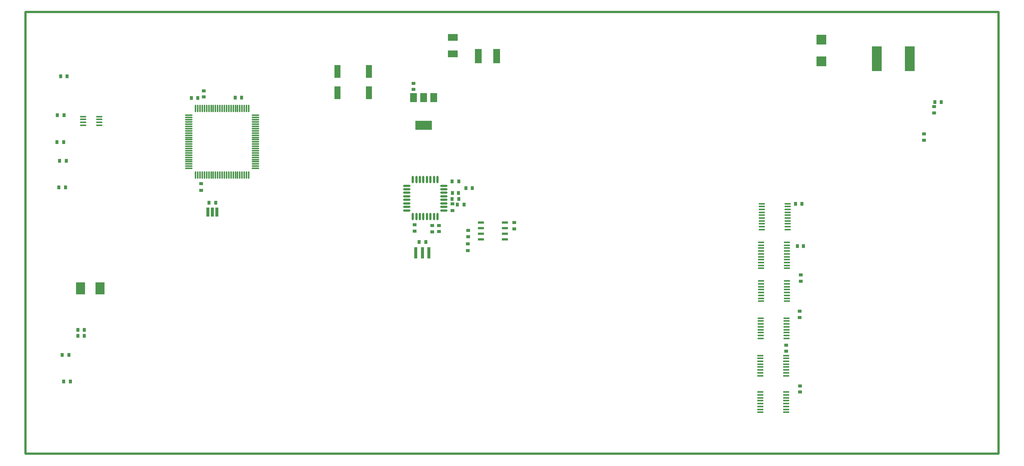
<source format=gtp>
G04 Layer_Color=8421504*
%FSLAX44Y44*%
%MOMM*%
G71*
G01*
G75*
%ADD10R,2.2600X2.1600*%
%ADD11R,2.3000X5.6000*%
%ADD12R,0.9000X0.8000*%
%ADD13R,1.4732X0.5588*%
%ADD14R,0.9000X0.7000*%
%ADD15R,0.7000X0.9000*%
%ADD16R,0.8000X2.6000*%
%ADD17R,1.3208X0.3556*%
%ADD18O,1.6500X0.5500*%
%ADD19O,0.5500X1.6500*%
%ADD20R,0.8000X0.9000*%
%ADD21R,0.7112X2.0066*%
%ADD22R,1.4001X3.0000*%
%ADD23R,2.1590X2.7430*%
%ADD24R,3.8000X2.0000*%
%ADD25R,1.5000X2.0000*%
%ADD26O,1.8000X0.2913*%
%ADD27O,0.2913X1.8000*%
%ADD28R,2.1800X1.5200*%
%ADD29R,1.5500X3.3000*%
%ADD30R,1.4732X0.3556*%
%ADD31C,0.5080*%
D10*
X2815336Y2461376D02*
D03*
Y2412376D02*
D03*
D11*
X2940642Y2418588D02*
D03*
X3014642D02*
D03*
D12*
X2120900Y2047382D02*
D03*
Y2033382D02*
D03*
X1895602Y2028048D02*
D03*
Y2042048D02*
D03*
X1892808Y2362596D02*
D03*
Y2348596D02*
D03*
X2768600Y1928764D02*
D03*
Y1914764D02*
D03*
X2766060Y1846468D02*
D03*
Y1832468D02*
D03*
X2767076Y1677812D02*
D03*
Y1663812D02*
D03*
X2735834Y1770014D02*
D03*
Y1756014D02*
D03*
X1418844Y2331578D02*
D03*
Y2345578D02*
D03*
X1950466Y2026778D02*
D03*
Y2040778D02*
D03*
D13*
X2045462Y2047748D02*
D03*
Y2035048D02*
D03*
Y2022348D02*
D03*
Y2009648D02*
D03*
X2099818D02*
D03*
Y2022348D02*
D03*
Y2035048D02*
D03*
Y2047748D02*
D03*
D14*
X2015998Y1984114D02*
D03*
Y1999114D02*
D03*
X2016252Y2015102D02*
D03*
Y2030102D02*
D03*
X1413256Y2120258D02*
D03*
Y2135258D02*
D03*
X3046984Y2248542D02*
D03*
Y2233542D02*
D03*
X3069844Y2310264D02*
D03*
Y2295264D02*
D03*
X1935734Y2026024D02*
D03*
Y2041024D02*
D03*
X1981200Y2074538D02*
D03*
Y2089538D02*
D03*
D15*
X1920628Y2003298D02*
D03*
X1905628D02*
D03*
X1102226Y1687322D02*
D03*
X1117226D02*
D03*
X1098924Y1748028D02*
D03*
X1113924D02*
D03*
X1103256Y2290318D02*
D03*
X1088256D02*
D03*
X1102240Y2229358D02*
D03*
X1087240D02*
D03*
X1108336Y2186940D02*
D03*
X1093336D02*
D03*
X1106558Y2126742D02*
D03*
X1091558D02*
D03*
X1095114Y2378456D02*
D03*
X1110114D02*
D03*
X3071234Y2320544D02*
D03*
X3086234D02*
D03*
X1431156Y2092198D02*
D03*
X1446156D02*
D03*
X1995558Y2100834D02*
D03*
X1980558D02*
D03*
X1992242Y2088388D02*
D03*
X2007242D02*
D03*
X2026292Y2125472D02*
D03*
X2011292D02*
D03*
X1995558Y2140458D02*
D03*
X1980558D02*
D03*
D16*
X1928128Y1978914D02*
D03*
X1898128D02*
D03*
X1913128D02*
D03*
D17*
X1182878Y2287270D02*
D03*
Y2280920D02*
D03*
Y2274316D02*
D03*
Y2267966D02*
D03*
X1146302D02*
D03*
Y2274316D02*
D03*
Y2280920D02*
D03*
Y2287270D02*
D03*
D18*
X1961478Y2074866D02*
D03*
Y2082866D02*
D03*
Y2090866D02*
D03*
Y2098866D02*
D03*
Y2106866D02*
D03*
Y2114866D02*
D03*
Y2122866D02*
D03*
Y2130866D02*
D03*
X1877478D02*
D03*
Y2122866D02*
D03*
Y2114866D02*
D03*
Y2106866D02*
D03*
Y2098866D02*
D03*
Y2090866D02*
D03*
Y2082866D02*
D03*
Y2074866D02*
D03*
D19*
X1947478Y2144866D02*
D03*
X1939478D02*
D03*
X1931478D02*
D03*
X1923478D02*
D03*
X1915478D02*
D03*
X1907478D02*
D03*
X1899478D02*
D03*
X1891478D02*
D03*
Y2060866D02*
D03*
X1899478D02*
D03*
X1907478D02*
D03*
X1915478D02*
D03*
X1923478D02*
D03*
X1931478D02*
D03*
X1939478D02*
D03*
X1947478D02*
D03*
D20*
X1134476Y1790700D02*
D03*
X1148476D02*
D03*
X1148476Y1804924D02*
D03*
X1134476D02*
D03*
X1391270Y2329688D02*
D03*
X1405270D02*
D03*
X1995058Y2114296D02*
D03*
X1981058D02*
D03*
X1504076Y2330196D02*
D03*
X1490076D02*
D03*
X2770774Y2090166D02*
D03*
X2756774D02*
D03*
X2774838Y1994154D02*
D03*
X2760838D02*
D03*
D21*
X1428206Y2070979D02*
D03*
X1438206D02*
D03*
X1448366Y2070979D02*
D03*
D22*
X1721495Y2389561D02*
D03*
Y2341560D02*
D03*
X1792615Y2389561D02*
D03*
Y2341560D02*
D03*
D23*
X1184658Y1898396D02*
D03*
X1140458D02*
D03*
D24*
X1915922Y2267708D02*
D03*
D25*
X1892922Y2330708D02*
D03*
X1915922D02*
D03*
X1938922D02*
D03*
D26*
X1385000Y2290120D02*
D03*
Y2285120D02*
D03*
Y2280120D02*
D03*
Y2275120D02*
D03*
Y2270120D02*
D03*
Y2265120D02*
D03*
Y2260120D02*
D03*
Y2255120D02*
D03*
Y2250120D02*
D03*
Y2245120D02*
D03*
Y2240120D02*
D03*
Y2235120D02*
D03*
Y2230120D02*
D03*
Y2225120D02*
D03*
Y2220120D02*
D03*
Y2215120D02*
D03*
Y2210120D02*
D03*
Y2205120D02*
D03*
Y2200120D02*
D03*
Y2195120D02*
D03*
Y2190120D02*
D03*
Y2185120D02*
D03*
Y2180120D02*
D03*
Y2175120D02*
D03*
Y2170120D02*
D03*
X1536000D02*
D03*
Y2175120D02*
D03*
Y2180120D02*
D03*
Y2185120D02*
D03*
Y2190120D02*
D03*
Y2195120D02*
D03*
Y2200120D02*
D03*
Y2205120D02*
D03*
Y2210120D02*
D03*
Y2215120D02*
D03*
Y2220120D02*
D03*
Y2225120D02*
D03*
Y2230120D02*
D03*
Y2235120D02*
D03*
Y2240120D02*
D03*
Y2245120D02*
D03*
Y2250120D02*
D03*
Y2255120D02*
D03*
Y2260120D02*
D03*
Y2265120D02*
D03*
Y2270120D02*
D03*
Y2275120D02*
D03*
Y2280120D02*
D03*
Y2285120D02*
D03*
Y2290120D02*
D03*
D27*
X1400500Y2154620D02*
D03*
X1405500D02*
D03*
X1410500D02*
D03*
X1415500D02*
D03*
X1420500D02*
D03*
X1425500D02*
D03*
X1430500D02*
D03*
X1435500D02*
D03*
X1440500D02*
D03*
X1445500D02*
D03*
X1450500D02*
D03*
X1455500D02*
D03*
X1460500D02*
D03*
X1465500D02*
D03*
X1470500D02*
D03*
X1475500D02*
D03*
X1480500D02*
D03*
X1485500D02*
D03*
X1490500D02*
D03*
X1495500D02*
D03*
X1500500D02*
D03*
X1505500D02*
D03*
X1510500D02*
D03*
X1515500D02*
D03*
X1520500D02*
D03*
Y2305620D02*
D03*
X1515500D02*
D03*
X1510500D02*
D03*
X1505500D02*
D03*
X1500500D02*
D03*
X1495500D02*
D03*
X1490500D02*
D03*
X1485500D02*
D03*
X1480500D02*
D03*
X1475500D02*
D03*
X1470500D02*
D03*
X1465500D02*
D03*
X1460500D02*
D03*
X1455500D02*
D03*
X1450500D02*
D03*
X1445500D02*
D03*
X1440500D02*
D03*
X1435500D02*
D03*
X1430500D02*
D03*
X1425500D02*
D03*
X1420500D02*
D03*
X1415500D02*
D03*
X1410500D02*
D03*
X1405500D02*
D03*
X1400500D02*
D03*
D28*
X1981708Y2466198D02*
D03*
Y2429398D02*
D03*
D29*
X2039194Y2423922D02*
D03*
X2081194D02*
D03*
D30*
X2738882Y2090166D02*
D03*
Y2083816D02*
D03*
Y2077212D02*
D03*
Y2070608D02*
D03*
Y2064258D02*
D03*
Y2057654D02*
D03*
Y2051304D02*
D03*
Y2044700D02*
D03*
Y2038096D02*
D03*
Y2031746D02*
D03*
X2680462D02*
D03*
Y2038096D02*
D03*
Y2044700D02*
D03*
Y2051304D02*
D03*
Y2057654D02*
D03*
Y2064258D02*
D03*
Y2070608D02*
D03*
Y2077212D02*
D03*
Y2083816D02*
D03*
Y2090166D02*
D03*
X2678430Y1915160D02*
D03*
Y1908556D02*
D03*
Y1901952D02*
D03*
Y1895602D02*
D03*
Y1888998D02*
D03*
Y1882648D02*
D03*
Y1876044D02*
D03*
Y1869440D02*
D03*
X2736850D02*
D03*
Y1876044D02*
D03*
Y1882648D02*
D03*
Y1888998D02*
D03*
Y1895602D02*
D03*
Y1901952D02*
D03*
Y1908556D02*
D03*
Y1915160D02*
D03*
X2677160Y1663700D02*
D03*
Y1657096D02*
D03*
Y1650492D02*
D03*
Y1644142D02*
D03*
Y1637538D02*
D03*
Y1631188D02*
D03*
Y1624584D02*
D03*
Y1617980D02*
D03*
X2735580D02*
D03*
Y1624584D02*
D03*
Y1631188D02*
D03*
Y1637538D02*
D03*
Y1644142D02*
D03*
Y1650492D02*
D03*
Y1657096D02*
D03*
Y1663700D02*
D03*
X2677668Y1831086D02*
D03*
Y1824482D02*
D03*
Y1817878D02*
D03*
Y1811528D02*
D03*
Y1804924D02*
D03*
Y1798574D02*
D03*
Y1791970D02*
D03*
Y1785366D02*
D03*
X2736088D02*
D03*
Y1791970D02*
D03*
Y1798574D02*
D03*
Y1804924D02*
D03*
Y1811528D02*
D03*
Y1817878D02*
D03*
Y1824482D02*
D03*
Y1831086D02*
D03*
X2677160Y1746504D02*
D03*
Y1739900D02*
D03*
Y1733296D02*
D03*
Y1726946D02*
D03*
Y1720342D02*
D03*
Y1713992D02*
D03*
Y1707388D02*
D03*
Y1700784D02*
D03*
X2735580D02*
D03*
Y1707388D02*
D03*
Y1713992D02*
D03*
Y1720342D02*
D03*
Y1726946D02*
D03*
Y1733296D02*
D03*
Y1739900D02*
D03*
Y1746504D02*
D03*
X2737104Y2002536D02*
D03*
Y1996186D02*
D03*
Y1989582D02*
D03*
Y1982978D02*
D03*
Y1976628D02*
D03*
Y1970024D02*
D03*
Y1963674D02*
D03*
Y1957070D02*
D03*
Y1950466D02*
D03*
Y1944116D02*
D03*
X2678684D02*
D03*
Y1950466D02*
D03*
Y1957070D02*
D03*
Y1963674D02*
D03*
Y1970024D02*
D03*
Y1976628D02*
D03*
Y1982978D02*
D03*
Y1989582D02*
D03*
Y1996186D02*
D03*
Y2002536D02*
D03*
D31*
X1016000Y1524000D02*
Y2523998D01*
X3215640Y1524000D02*
Y2523998D01*
X1016000D02*
X3215640D01*
X1016000Y1524000D02*
X3215640D01*
M02*

</source>
